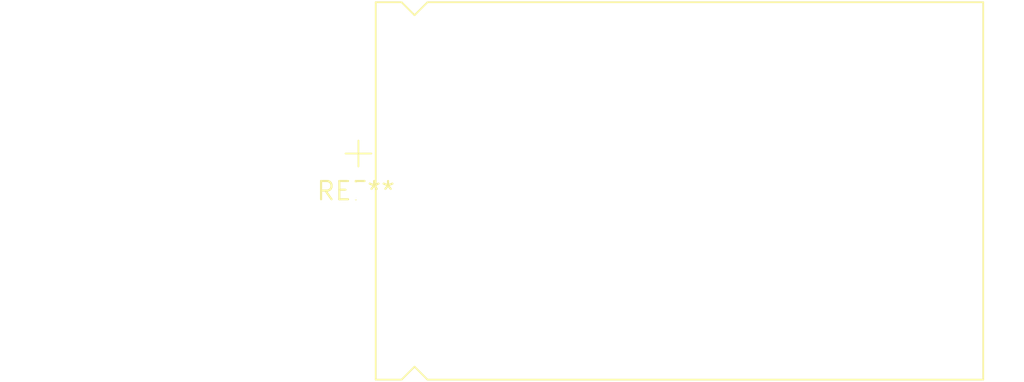
<source format=kicad_pcb>
(kicad_pcb (version 20240108) (generator pcbnew)
  (layers (0 "F.Cu" signal) (31 "B.Cu" signal) (34 "B.Paste" user) (35 "F.Paste" user) (36 "B.SilkS" user "B.Silkscreen") (37 "F.SilkS" user "F.Silkscreen") (38 "B.Mask" user) (39 "F.Mask" user) (44 "Edge.Cuts" user))
  (net 0 "")
  (footprint "CP_Axial_L42.0mm_D26.0mm_P45.00mm_Horizontal" (layer "F.Cu") (at 0 0)
    (property "Reference" "REF**")
    (property "Value" "CP_Axial_L42.0mm_D26.0mm_P45.00mm_Horizontal")
    (fp_line (start -0.72 -2.6) (end 1.08 -2.6) (layer "F.SilkS") (stroke (width 0.12)))
    (fp_line (start 0.18 -3.5) (end 0.18 -1.7) (layer "F.SilkS") (stroke (width 0.12)))
    (fp_line (start 1.38 -13.12) (end 1.38 13.12) (layer "F.SilkS") (stroke (width 0.12)))
    (fp_line (start 1.38 -13.12) (end 3.18 -13.12) (layer "F.SilkS") (stroke (width 0.12)))
    (fp_line (start 1.38 13.12) (end 3.18 13.12) (layer "F.SilkS") (stroke (width 0.12)))
    (fp_line (start 3.18 -13.12) (end 4.08 -12.22) (layer "F.SilkS") (stroke (width 0.12)))
    (fp_line (start 3.18 13.12) (end 4.08 12.22) (layer "F.SilkS") (stroke (width 0.12)))
    (fp_line (start 4.08 -12.22) (end 4.98 -13.12) (layer "F.SilkS") (stroke (width 0.12)))
    (fp_line (start 4.08 12.22) (end 4.98 13.12) (layer "F.SilkS") (stroke (width 0.12)))
    (fp_line (start 4.98 -13.12) (end 43.62 -13.12) (layer "F.SilkS") (stroke (width 0.12)))
    (fp_line (start 4.98 13.12) (end 43.62 13.12) (layer "F.SilkS") (stroke (width 0.12)))
    (fp_line (start 43.62 -13.12) (end 43.62 13.12) (layer "F.SilkS") (stroke (width 0.12)))
    (pad "1" thru_hole rect (at 0 0) (size 2.4 2.4) (drill 1.2) (layers *.Cu *.Mask) (remove_unused_layers))
    (pad "2" thru_hole oval (at 45 0) (size 2.4 2.4) (drill 1.2) (layers *.Cu *.Mask) (remove_unused_layers))
  )
)
</source>
